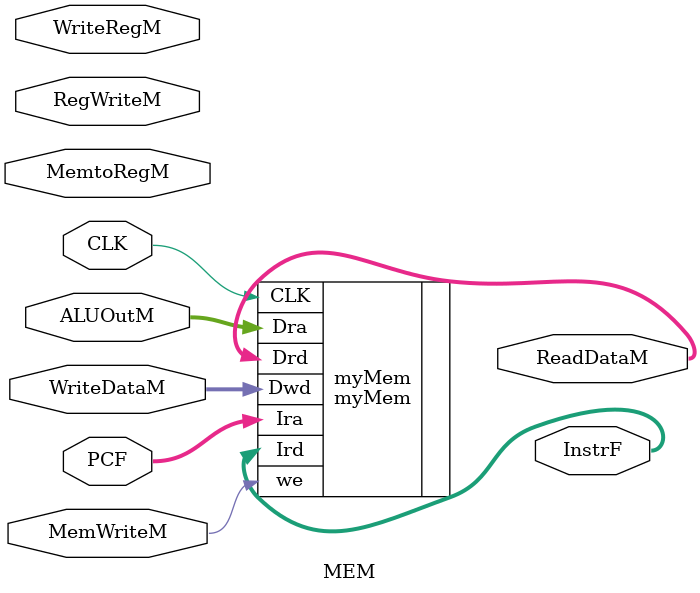
<source format=sv>
`timescale 1ns / 1ps


module MEM(input logic CLK,
               input logic RegWriteM, MemtoRegM, MemWriteM,
               input logic [31:0] ALUOutM, WriteDataM, PCF,
               input logic [4:0] WriteRegM,
               output logic [31:0] ReadDataM, InstrF);


myMem myMem(.CLK(CLK), .we(MemWriteM), .Dra(ALUOutM), .Drd(ReadDataM), .Dwd(WriteDataM), .Ira(PCF), .Ird(InstrF));

endmodule

</source>
